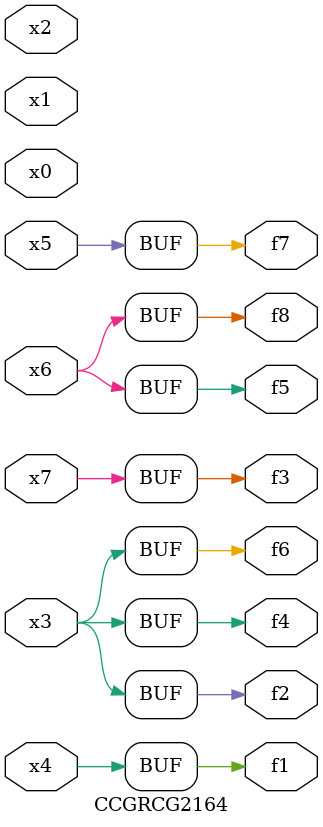
<source format=v>
module CCGRCG2164(
	input x0, x1, x2, x3, x4, x5, x6, x7,
	output f1, f2, f3, f4, f5, f6, f7, f8
);
	assign f1 = x4;
	assign f2 = x3;
	assign f3 = x7;
	assign f4 = x3;
	assign f5 = x6;
	assign f6 = x3;
	assign f7 = x5;
	assign f8 = x6;
endmodule

</source>
